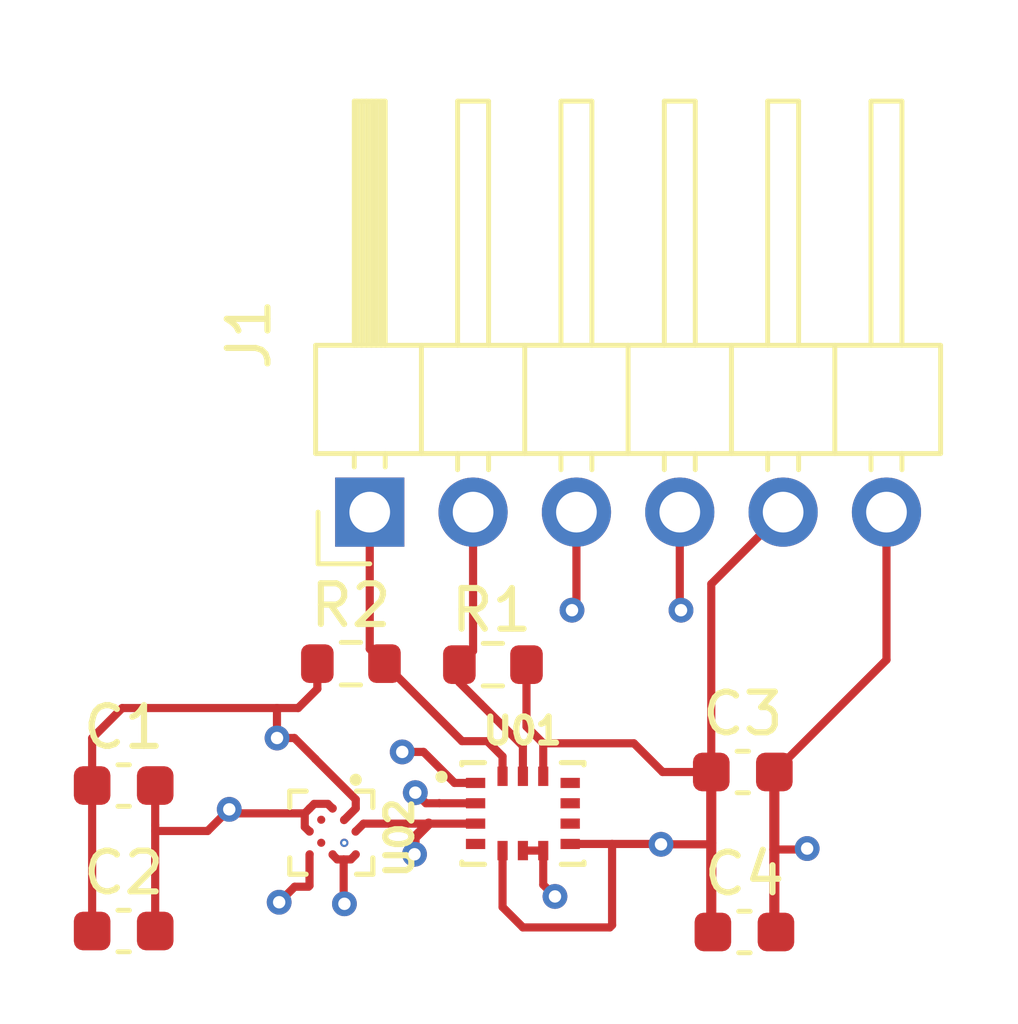
<source format=kicad_pcb>
(kicad_pcb (version 20211014) (generator pcbnew)
  (layers (0 "F.Cu" signal) (1 "In1.Cu" signal "GND.Cu") (2 "In2.Cu" signal "Int3V3.Cu") (31 "B.Cu" signal) (34 "B.Paste" user) (35 "F.Paste" user) (36 "B.SilkS" user "B.Silkscreen") (37 "F.SilkS" user "F.Silkscreen") (38 "B.Mask" user) (39 "F.Mask" user) (44 "Edge.Cuts" user))
  (net 0 "")
  (net 1 "SCL_IMU")
  (net 2 "Net-(U01-Pad2)")
  (net 3 "GND")
  (net 4 "Net-(R2-Pad2)")
  (net 11 "Net-(U01-Pad3)")
  (footprint "Capacitor_SMD:C_0603_1608Metric" (layer "F.Cu") (at 91.314794 62.003529)
    (fp_text reference "C4" (at 0 -1.43) (layer "F.SilkS"))
    (fp_text value "0.1uF")
    (fp_line (start -0.14058 -0.51) (end 0.14058 -0.51) (layer "F.SilkS") (width 0.12))
    (fp_line (start -0.14058 0.51) (end 0.14058 0.51) (layer "F.SilkS") (width 0.12))
    (pad "1" smd roundrect (at -0.775 0) (size 0.9 0.95) (layers "F.Cu" "F.Paste" "F.Mask") (net 1 "SCL_IMU"))
    (pad "2" smd roundrect (at 0.775 0) (size 0.9 0.95) (layers "F.Cu" "F.Paste" "F.Mask") (net 3 "GND"))
  )
  (footprint "Sensor_Motion:XDCR_BMI270" (layer "F.Cu") (at 85.870125 59.090005)
    (fp_text reference "U01" (at -0.008 -2.0314) (layer "F.SilkS") (effects (font (size 0.64 0.64))))
    (fp_text value "BMI270")
    (fp_line (start 1.5 -1.25) (end 1.5 -1.195) (layer "F.SilkS") (width 0.127))
    (fp_line (start -1.5 -1.25) (end -0.945 -1.25) (layer "F.SilkS") (width 0.127))
    (fp_line (start 0.945 1.25) (end 1.5 1.25) (layer "F.SilkS") (width 0.127))
    (fp_line (start 1.5 1.195) (end 1.5 1.25) (layer "F.SilkS") (width 0.127))
    (fp_line (start 0.945 -1.25) (end 1.5 -1.25) (layer "F.SilkS") (width 0.127))
    (fp_line (start -1.5 1.25) (end -0.945 1.25) (layer "F.SilkS") (width 0.127))
    (fp_line (start -1.5 1.195) (end -1.5 1.25) (layer "F.SilkS") (width 0.127))
    (fp_line (start -1.5 -1.25) (end -1.5 -1.195) (layer "F.SilkS") (width 0.127))
    (fp_circle (center -2 -0.9) (end -1.925 -0.9) (layer "F.SilkS") (width 0.15) (fill none))
    (pad "1" smd rect (at -1.1625 -0.75) (size 0.475 0.25) (layers "F.Cu" "F.Paste" "F.Mask") (net 3 "GND"))
    (pad "2" smd rect (at -1.1625 -0.25) (size 0.475 0.25) (layers "F.Cu" "F.Paste" "F.Mask") (net 2 "Net-(U01-Pad2)"))
    (pad "3" smd rect (at -1.1625 0.25) (size 0.475 0.25) (layers "F.Cu" "F.Paste" "F.Mask") (net 11 "Net-(U01-Pad3)"))
    (pad "4" smd rect (at -1.1625 0.75) (size 0.475 0.25) (layers "F.Cu" "F.Paste" "F.Mask"))
    (pad "5" smd rect (at -0.5 0.9125 90) (size 0.475 0.25) (layers "F.Cu" "F.Paste" "F.Mask") (net 1 "SCL_IMU"))
    (pad "6" smd rect (at 0 0.9125 90) (size 0.475 0.25) (layers "F.Cu" "F.Paste" "F.Mask") (net 3 "GND"))
    (pad "7" smd rect (at 0.5 0.9125 90) (size 0.475 0.25) (layers "F.Cu" "F.Paste" "F.Mask") (net 3 "GND"))
    (pad "8" smd rect (at 1.1625 0.75) (size 0.475 0.25) (layers "F.Cu" "F.Paste" "F.Mask") (net 1 "SCL_IMU"))
    (pad "9" smd rect (at 1.1625 0.25) (size 0.475 0.25) (layers "F.Cu" "F.Paste" "F.Mask"))
    (pad "10" smd rect (at 1.1625 -0.25) (size 0.475 0.25) (layers "F.Cu" "F.Paste" "F.Mask"))
    (pad "11" smd rect (at 1.1625 -0.75) (size 0.475 0.25) (layers "F.Cu" "F.Paste" "F.Mask"))
    (pad "12" smd rect (at 0.5 -0.9125 90) (size 0.475 0.25) (layers "F.Cu" "F.Paste" "F.Mask") (net 1 "SCL_IMU"))
    (pad "13" smd rect (at 0 -0.9125 90) (size 0.475 0.25) (layers "F.Cu" "F.Paste" "F.Mask") (net 1 "SCL_IMU"))
    (pad "14" smd rect (at -0.5 -0.9125 90) (size 0.475 0.25) (layers "F.Cu" "F.Paste" "F.Mask") (net 4 "Net-(R2-Pad2)"))
  )
  (footprint "Capacitor_SMD:C_0603_1608Metric" (layer "F.Cu") (at 76.058636 61.979405)
    (fp_text reference "C2" (at 0 -1.43) (layer "F.SilkS"))
    (fp_text value "0.1uF")
    (fp_line (start -0.14058 -0.51) (end 0.14058 -0.51) (layer "F.SilkS") (width 0.12))
    (fp_line (start -0.14058 0.51) (end 0.14058 0.51) (layer "F.SilkS") (width 0.12))
    (pad "1" smd roundrect (at -0.775 0) (size 0.9 0.95) (layers "F.Cu" "F.Paste" "F.Mask") (net 1 "SCL_IMU"))
    (pad "2" smd roundrect (at 0.775 0) (size 0.9 0.95) (layers "F.Cu" "F.Paste" "F.Mask") (net 3 "GND"))
  )
  (footprint "Capacitor_SMD:C_0603_1608Metric" (layer "F.Cu") (at 76.058636 58.404032)
    (fp_text reference "C1" (at 0 -1.43) (layer "F.SilkS"))
    (fp_text value "0.1uF")
    (fp_line (start -0.14058 -0.51) (end 0.14058 -0.51) (layer "F.SilkS") (width 0.12))
    (fp_line (start -0.14058 0.51) (end 0.14058 0.51) (layer "F.SilkS") (width 0.12))
    (pad "1" smd roundrect (at -0.775 0) (size 0.9 0.95) (layers "F.Cu" "F.Paste" "F.Mask") (net 1 "SCL_IMU"))
    (pad "2" smd roundrect (at 0.775 0) (size 0.9 0.95) (layers "F.Cu" "F.Paste" "F.Mask") (net 3 "GND"))
  )
  (footprint "Sensor_Motion:XDCR_BMM150" (layer "F.Cu") (at 81.161736 59.562615 -90)
    (fp_text reference "U02" (at 0.127 -1.6764 90) (layer "F.SilkS") (effects (font (size 0.64 0.64))))
    (fp_text value "BMM150")
    (fp_line (start 1.021 -1.021) (end 1.021 -0.62) (layer "F.SilkS") (width 0.127))
    (fp_line (start -0.62 -1.021) (end -1.021 -1.021) (layer "F.SilkS") (width 0.127))
    (fp_line (start 0.62 1.021) (end 1.021 1.021) (layer "F.SilkS") (width 0.127))
    (fp_line (start -0.62 1.021) (end -1.021 1.021) (layer "F.SilkS") (width 0.127))
    (fp_line (start -1.021 -1.021) (end -1.021 -0.62) (layer "F.SilkS") (width 0.127))
    (fp_line (start -1.021 1.021) (end -1.021 0.62) (layer "F.SilkS") (width 0.127))
    (fp_line (start 0.62 -1.021) (end 1.021 -1.021) (layer "F.SilkS") (width 0.127))
    (fp_line (start 1.021 1.021) (end 1.021 0.62) (layer "F.SilkS") (width 0.127))
    (fp_circle (center -1.3 -0.6) (end -1.225 -0.6) (layer "F.SilkS") (width 0.15) (fill none))
    (pad "A1" smd circle (at -0.601 -0.601 270) (size 0.2 0.2) (layers "F.Cu" "F.Paste" "F.Mask") (net 1 "SCL_IMU"))
    (pad "A3" smd circle (at -0.035 -0.601 270) (size 0.2 0.2) (layers "F.Cu" "F.Paste" "F.Mask") (net 11 "Net-(U01-Pad3)"))
    (pad "A5" smd circle (at 0.531 -0.601 270) (size 0.2 0.2) (layers "F.Cu" "F.Paste" "F.Mask") (net 3 "GND"))
    (pad "B2" smd circle (at -0.318 -0.318 270) (size 0.2 0.2) (layers "F.Cu" "F.Paste" "F.Mask") (net 1 "SCL_IMU"))
    (pad "B4" smd circle (at 0.248 -0.318 270) (size 0.2 0.2) (layers "F.Cu" "F.Paste" "F.Mask") (net 2 "Net-(U01-Pad2)"))
    (pad "C1" smd circle (at -0.601 -0.035 270) (size 0.2 0.2) (layers "F.Cu" "F.Paste" "F.Mask") (net 3 "GND"))
    (pad "C5" smd circle (at 0.531 -0.035 270) (size 0.2 0.2) (layers "F.Cu" "F.Paste" "F.Mask") (net 3 "GND"))
    (pad "D2" smd circle (at -0.318 0.248 270) (size 0.2 0.2) (layers "F.Cu" "F.Paste" "F.Mask"))
    (pad "D4" smd circle (at 0.248 0.248 270) (size 0.2 0.2) (layers "F.Cu" "F.Paste" "F.Mask"))
    (pad "E1" smd circle (at -0.601 0.531 270) (size 0.2 0.2) (layers "F.Cu" "F.Paste" "F.Mask") (net 3 "GND"))
    (pad "E3" smd circle (at -0.035 0.531 270) (size 0.2 0.2) (layers "F.Cu" "F.Paste" "F.Mask") (net 3 "GND"))
    (pad "E5" smd circle (at 0.531 0.531 270) (size 0.2 0.2) (layers "F.Cu" "F.Paste" "F.Mask") (net 1 "SCL_IMU"))
  )
  (footprint "Resistor_SMD:R_0603_1608Metric" (layer "F.Cu") (at 85.133508 55.433232 180)
    (fp_text reference "R1" (at 0.032849 1.338583) (layer "F.SilkS"))
    (fp_text value "10k")
    (fp_line (start -0.237258 -0.5225) (end 0.237258 -0.5225) (layer "F.SilkS") (width 0.12))
    (fp_line (start -0.237258 0.5225) (end 0.237258 0.5225) (layer "F.SilkS") (width 0.12))
    (pad "1" smd roundrect (at -0.825 0 180) (size 0.8 0.95) (layers "F.Cu" "F.Paste" "F.Mask") (net 1 "SCL_IMU"))
    (pad "2" smd roundrect (at 0.825 0 180) (size 0.8 0.95) (layers "F.Cu" "F.Paste" "F.Mask") (net 1 "SCL_IMU"))
  )
  (footprint "Resistor_SMD:R_0603_1608Metric" (layer "F.Cu") (at 81.643336 55.408596)
    (fp_text reference "R2" (at 0 -1.43) (layer "F.SilkS"))
    (fp_text value "10k")
    (fp_line (start -0.237258 0.5225) (end 0.237258 0.5225) (layer "F.SilkS") (width 0.12))
    (fp_line (start -0.237258 -0.5225) (end 0.237258 -0.5225) (layer "F.SilkS") (width 0.12))
    (pad "1" smd roundrect (at -0.825 0) (size 0.8 0.95) (layers "F.Cu" "F.Paste" "F.Mask") (net 1 "SCL_IMU"))
    (pad "2" smd roundrect (at 0.825 0) (size 0.8 0.95) (layers "F.Cu" "F.Paste" "F.Mask") (net 4 "Net-(R2-Pad2)"))
  )
  (footprint "Connector_PinHeader_2.54mm:PinHeader_1x06_P2.54mm_Horizontal" (layer "F.Cu") (at 82.106 51.685 90)
    (fp_text reference "J1" (at 4.369 -2.968 90) (layer "F.SilkS"))
    (fp_text value "Conn_01x06_Female")
    (fp_line (start 1.44 1.27) (end 4.1 1.27) (layer "F.SilkS") (width 0.12))
    (fp_line (start 10.1 10.54) (end 4.1 10.54) (layer "F.SilkS") (width 0.12))
    (fp_line (start 1.44 -1.33) (end 1.44 14.03) (layer "F.SilkS") (width 0.12))
    (fp_line (start 4.1 9.78) (end 10.1 9.78) (layer "F.SilkS") (width 0.12))
    (fp_line (start 1.44 11.43) (end 4.1 11.43) (layer "F.SilkS") (width 0.12))
    (fp_line (start 1.11 -0.38) (end 1.44 -0.38) (layer "F.SilkS") (width 0.12))
    (fp_line (start 4.1 2.16) (end 10.1 2.16) (layer "F.SilkS") (width 0.12))
    (fp_line (start 1.44 8.89) (end 4.1 8.89) (layer "F.SilkS") (width 0.12))
    (fp_line (start 1.44 3.81) (end 4.1 3.81) (layer "F.SilkS") (width 0.12))
    (fp_line (start 10.1 2.92) (end 4.1 2.92) (layer "F.SilkS") (width 0.12))
    (fp_line (start 10.1 12.32) (end 10.1 13.08) (layer "F.SilkS") (width 0.12))
    (fp_line (start 1.042929 2.16) (end 1.44 2.16) (layer "F.SilkS") (width 0.12))
    (fp_line (start 10.1 4.7) (end 10.1 5.46) (layer "F.SilkS") (width 0.12))
    (fp_line (start 4.1 0.16) (end 10.1 0.16) (layer "F.SilkS") (width 0.12))
    (fp_line (start 10.1 2.16) (end 10.1 2.92) (layer "F.SilkS") (width 0.12))
    (fp_line (start 1.11 0.38) (end 1.44 0.38) (layer "F.SilkS") (width 0.12))
    (fp_line (start 1.042929 5.46) (end 1.44 5.46) (layer "F.SilkS") (width 0.12))
    (fp_line (start 10.1 8) (end 4.1 8) (layer "F.SilkS") (width 0.12))
    (fp_line (start 1.042929 13.08) (end 1.44 13.08) (layer "F.SilkS") (width 0.12))
    (fp_line (start -1.27 0) (end -1.27 -1.27) (layer "F.SilkS") (width 0.12))
    (fp_line (start 4.1 -0.32) (end 10.1 -0.32) (layer "F.SilkS") (width 0.12))
    (fp_line (start 1.042929 12.32) (end 1.44 12.32) (layer "F.SilkS") (width 0.12))
    (fp_line (start 1.042929 4.7) (end 1.44 4.7) (layer "F.SilkS") (width 0.12))
    (fp_line (start 1.042929 7.24) (end 1.44 7.24) (layer "F.SilkS") (width 0.12))
    (fp_line (start 10.1 5.46) (end 4.1 5.46) (layer "F.SilkS") (width 0.12))
    (fp_line (start 1.042929 10.54) (end 1.44 10.54) (layer "F.SilkS") (width 0.12))
    (fp_line (start 1.042929 9.78) (end 1.44 9.78) (layer "F.SilkS") (width 0.12))
    (fp_line (start -1.27 -1.27) (end 0 -1.27) (layer "F.SilkS") (width 0.12))
    (fp_line (start 4.1 -0.08) (end 10.1 -0.08) (layer "F.SilkS") (width 0.12))
    (fp_line (start 4.1 4.7) (end 10.1 4.7) (layer "F.SilkS") (width 0.12))
    (fp_line (start 10.1 -0.38) (end 10.1 0.38) (layer "F.SilkS") (width 0.12))
    (fp_line (start 4.1 0.04) (end 10.1 0.04) (layer "F.SilkS") (width 0.12))
    (fp_line (start 1.042929 2.92) (end 1.44 2.92) (layer "F.SilkS") (width 0.12))
    (fp_line (start 4.1 7.24) (end 10.1 7.24) (layer "F.SilkS") (width 0.12))
    (fp_line (start 4.1 14.03) (end 4.1 -1.33) (layer "F.SilkS") (width 0.12))
    (fp_line (start 1.44 14.03) (end 4.1 14.03) (layer "F.SilkS") (width 0.12))
    (fp_line (start 4.1 -0.38) (end 10.1 -0.38) (layer "F.SilkS") (width 0.12))
    (fp_line (start 1.44 6.35) (end 4.1 6.35) (layer "F.SilkS") (width 0.12))
    (fp_line (start 10.1 7.24) (end 10.1 8) (layer "F.SilkS") (width 0.12))
    (fp_line (start 1.042929 8) (end 1.44 8) (layer "F.SilkS") (width 0.12))
    (fp_line (start 4.1 0.28) (end 10.1 0.28) (layer "F.SilkS") (width 0.12))
    (fp_line (start 4.1 -1.33) (end 1.44 -1.33) (layer "F.SilkS") (width 0.12))
    (fp_line (start 10.1 0.38) (end 4.1 0.38) (layer "F.SilkS") (width 0.12))
    (fp_line (start 4.1 12.32) (end 10.1 12.32) (layer "F.SilkS") (width 0.12))
    (fp_line (start 10.1 9.78) (end 10.1 10.54) (layer "F.SilkS") (width 0.12))
    (fp_line (start 4.1 -0.2) (end 10.1 -0.2) (layer "F.SilkS") (width 0.12))
    (fp_line (start 10.1 13.08) (end 4.1 13.08) (layer "F.SilkS") (width 0.12))
    (pad "1" thru_hole rect (at 0 0 90) (size 1.7 1.7) (drill 1) (layers *.Cu *.Mask) (net 4 "Net-(R2-Pad2)"))
    (pad "2" thru_hole oval (at 0 2.54 90) (size 1.7 1.7) (drill 1) (layers *.Cu *.Mask) (net 1 "SCL_IMU"))
    (pad "3" thru_hole oval (at 0 5.08 90) (size 1.7 1.7) (drill 1) (layers *.Cu *.Mask) (net 2 "Net-(U01-Pad2)"))
    (pad "4" thru_hole oval (at 0 7.62 90) (size 1.7 1.7) (drill 1) (layers *.Cu *.Mask) (net 11 "Net-(U01-Pad3)"))
    (pad "5" thru_hole oval (at 0 10.16 90) (size 1.7 1.7) (drill 1) (layers *.Cu *.Mask) (net 1 "SCL_IMU"))
    (pad "6" thru_hole oval (at 0 12.7 90) (size 1.7 1.7) (drill 1) (layers *.Cu *.Mask) (net 3 "GND"))
  )
  (footprint "Capacitor_SMD:C_0603_1608Metric" (layer "F.Cu") (at 91.274759 58.071439)
    (fp_text reference "C3" (at 0 -1.43) (layer "F.SilkS"))
    (fp_text value "0.1uF")
    (fp_line (start -0.14058 -0.51) (end 0.14058 -0.51) (layer "F.SilkS") (width 0.12))
    (fp_line (start -0.14058 0.51) (end 0.14058 0.51) (layer "F.SilkS") (width 0.12))
    (pad "1" smd roundrect (at -0.775 0) (size 0.9 0.95) (layers "F.Cu" "F.Paste" "F.Mask") (net 1 "SCL_IMU"))
    (pad "2" smd roundrect (at 0.775 0) (size 0.9 0.95) (layers "F.Cu" "F.Paste" "F.Mask") (net 3 "GND"))
  )
  (segment (start 80.625879 60.102923) (end 80.625879 60.86448) (width 0.2) (layer "F.Cu") (net 1))
  (segment (start 80.818336 56.028292) (end 80.347251 56.499377) (width 0.2) (layer "F.Cu") (net 1))
  (segment (start 80.769618 57.75341) (end 81.762736 58.746528) (width 0.2) (layer "F.Cu") (net 1))
  (segment (start 88.062027 59.840005) (end 89.255926 59.840005) (width 0.2) (layer "F.Cu") (net 1))
  (segment (start 88.005452 61.890823) (end 88.062027 61.834248) (width 0.2) (layer "F.Cu") (net 1))
  (segment (start 85.958508 56.954896) (end 86.370125 57.366513) (width 0.2) (layer "F.Cu") (net 1))
  (segment (start 79.825527 57.233614) (end 79.827956 57.236043) (width 0.2) (layer "F.Cu") (net 1))
  (segment (start 85.958508 55.433232) (end 85.958508 56.954896) (width 0.2) (layer "F.Cu") (net 1))
  (segment (start 89.302934 58.071439) (end 90.499759 58.071439) (width 0.2) (layer "F.Cu") (net 1))
  (segment (start 79.827956 57.236043) (end 80.254988 57.236043) (width 0.2) (layer "F.Cu") (net 1))
  (segment (start 85.370125 61.39066) (end 85.870288 61.890823) (width 0.2) (layer "F.Cu") (net 1))
  (segment (start 90.499759 59.814826) (end 90.499759 61.963494) (width 0.25) (layer "F.Cu") (net 1))
  (segment (start 80.5999 60.890459) (end 80.261833 60.890459) (width 0.2) (layer "F.Cu") (net 1))
  (segment (start 89.264651 59.84873) (end 90.465855 59.84873) (width 0.2) (layer "F.Cu") (net 1))
  (segment (start 84.308508 55.869876) (end 84.835816 56.397184) (width 0.2) (layer "F.Cu") (net 1))
  (segment (start 85.370125 60.002505) (end 85.370125 61.39066) (width 0.2) (layer "F.Cu") (net 1))
  (segment (start 85.870288 61.890823) (end 88.005452 61.890823) (width 0.2) (layer "F.Cu") (net 1))
  (segment (start 84.835816 56.397184) (end 85.870125 57.431493) (width 0.2) (layer "F.Cu") (net 1))
  (segment (start 90.465855 59.84873) (end 90.499759 59.814826) (width 0.2) (layer "F.Cu") (net 1))
  (segment (start 81.474879 59.253923) (end 81.757879 58.970923) (width 0.2) (layer "F.Cu") (net 1))
  (segment (start 84.308508 55.433232) (end 84.308508 55.869876) (width 0.2) (layer "F.Cu") (net 1))
  (segment (start 79.825527 56.499377) (end 76.023544 56.499377) (width 0.2) (layer "F.Cu") (net 1))
  (segment (start 85.870125 57.431493) (end 85.870125 58.177505) (width 0.2) (layer "F.Cu") (net 1))
  (segment (start 90.499759 58.071439) (end 90.499759 53.451241) (width 0.2) (layer "F.Cu") (net 1))
  (segment (start 84.646 51.685) (end 84.646 55.09574) (width 0.2) (layer "F.Cu") (net 1))
  (segment (start 75.283636 58.404032) (end 75.283636 61.979405) (width 0.2) (layer "F.Cu") (net 1))
  (segment (start 89.255926 59.840005) (end 89.264651 59.84873) (width 0.2) (layer "F.Cu") (net 1))
  (segment (start 80.254988 57.236043) (end 80.769618 57.750673) (width 0.2) (layer "F.Cu") (net 1))
  (segment (start 79.825527 56.499377) (end 79.825527 57.233614) (width 0.2) (layer "F.Cu") (net 1))
  (segment (start 80.347251 56.499377) (end 79.825527 56.499377) (width 0.2) (layer "F.Cu") (net 1))
  (segment (start 90.499759 61.963494) (end 90.539794 62.003529) (width 0.25) (layer "F.Cu") (net 1))
  (segment (start 86.370125 57.366513) (end 86.370125 58.177505) (width 0.2) (layer "F.Cu") (net 1))
  (segment (start 90.499759 53.451241) (end 92.266 51.685) (width 0.2) (layer "F.Cu") (net 1))
  (segment (start 90.499759 58.071439) (end 90.499759 59.814826) (width 0.25) (layer "F.Cu") (net 1))
  (segment (start 88.598008 57.366513) (end 89.302934 58.071439) (width 0.2) (layer "F.Cu") (net 1))
  (segment (start 80.261833 60.890459) (end 79.879967 61.272325) (width 0.2) (layer "F.Cu") (net 1))
  (segment (start 75.283636 57.239285) (end 75.283636 58.404032) (width 0.2) (layer "F.Cu") (net 1))
  (segment (start 80.769618 57.750673) (end 80.769618 57.75341) (width 0.2) (layer "F.Cu") (net 1))
  (segment (start 84.646 55.09574) (end 84.308508 55.433232) (width 0.2) (layer "F.Cu") (net 1))
  (segment (start 80.625879 60.86448) (end 80.5999 60.890459) (width 0.2) (layer "F.Cu") (net 1))
  (segment (start 88.062027 61.834248) (end 88.062027 59.840005) (width 0.2) (layer "F.Cu") (net 1))
  (segment (start 87.032625 59.840005) (end 88.062027 59.840005) (width 0.2) (layer "F.Cu") (net 1))
  (segment (start 76.023544 56.499377) (end 75.283636 57.239285) (width 0.2) (layer "F.Cu") (net 1))
  (segment (start 86.370125 57.366513) (end 88.598008 57.366513) (width 0.2) (layer "F.Cu") (net 1))
  (segment (start 80.818336 55.408596) (end 80.818336 56.028292) (width 0.2) (layer "F.Cu") (net 1))
  (segment (start 81.762736 58.746528) (end 81.762736 58.961615) (width 0.2) (layer "F.Cu") (net 1))
  (via (at 79.879967 61.272325) (size 0.6096) (drill 0.3048) (layers "F.Cu" "B.Cu") (net 1))
  (via (at 79.827956 57.236043) (size 0.6096) (drill 0.3048) (layers "F.Cu" "B.Cu") (net 1))
  (via (at 89.264651 59.84873) (size 0.6096) (drill 0.3048) (layers "F.Cu" "B.Cu") (net 1))
  (segment (start 87.186 53.986) (end 87.077 54.095) (width 0.2) (layer "F.Cu") (net 2))
  (segment (start 83.487393 58.840005) (end 83.225969 58.578581) (width 0.2) (layer "F.Cu") (net 2))
  (segment (start 84.707625 58.840005) (end 83.818284 58.840005) (width 0.2) (layer "F.Cu") (net 2))
  (segment (start 87.092 54.11) (end 87.077 54.095) (width 0.25) (layer "F.Cu") (net 2))
  (segment (start 83.818284 58.840005) (end 83.814086 58.835807) (width 0.2) (layer "F.Cu") (net 2))
  (segment (start 87.186 51.685) (end 87.186 53.986) (width 0.2) (layer "F.Cu") (net 2))
  (segment (start 83.818284 58.840005) (end 83.487393 58.840005) (width 0.2) (layer "F.Cu") (net 2))
  (via (at 83.225969 58.578581) (size 0.6096) (drill 0.3048) (layers "F.Cu" "B.Cu") (net 2))
  (via (at 81.479891 59.812814) (size 0.2032) (drill 0.1016) (layers "F.Cu" "B.Cu") (net 2))
  (via (at 87.077 54.095) (size 0.6096) (drill 0.3048) (layers "F.Cu" "B.Cu") (net 2))
  (segment (start 80.508879 59.087923) (end 78.752197 59.087923) (width 0.2) (layer "F.Cu") (net 3))
  (segment (start 81.465289 60.219923) (end 81.465289 61.29186) (width 0.2) (layer "F.Cu") (net 3))
  (segment (start 94.806 55.315198) (end 92.049759 58.071439) (width 0.2) (layer "F.Cu") (net 3))
  (segment (start 80.625879 58.970923) (end 80.742879 58.853923) (width 0.2) (layer "F.Cu") (net 3))
  (segment (start 80.508879 59.419923) (end 80.508879 59.087923) (width 0.2) (layer "F.Cu") (net 3))
  (segment (start 92.832653 59.976204) (end 92.856106 59.952751) (width 0.2) (layer "F.Cu") (net 3))
  (segment (start 92.049759 59.976204) (end 92.832653 59.976204) (width 0.2) (layer "F.Cu") (net 3))
  (segment (start 94.806 51.685) (end 94.806 55.315198) (width 0.2) (layer "F.Cu") (net 3))
  (segment (start 80.625879 59.536923) (end 80.508879 59.419923) (width 0.2) (layer "F.Cu") (net 3))
  (segment (start 81.191879 60.102923) (end 81.308879 60.219923) (width 0.2) (layer "F.Cu") (net 3))
  (segment (start 76.833636 58.404032) (end 76.833636 59.374267) (width 0.2) (layer "F.Cu") (net 3))
  (segment (start 80.742879 58.853923) (end 81.074879 58.853923) (width 0.2) (layer "F.Cu") (net 3))
  (segment (start 78.752197 59.087923) (end 78.653616 58.989342) (width 0.2) (layer "F.Cu") (net 3))
  (segment (start 86.370125 60.841297) (end 86.658656 61.129828) (width 0.2) (layer "F.Cu") (net 3))
  (segment (start 76.833636 59.52138) (end 78.121578 59.52138) (width 0.2) (layer "F.Cu") (net 3))
  (segment (start 92.049759 59.976204) (end 92.049759 61.963494) (width 0.25) (layer "F.Cu") (net 3))
  (segment (start 84.190598 58.340005) (end 84.707625 58.340005) (width 0.2) (layer "F.Cu") (net 3))
  (segment (start 81.465289 60.219923) (end 81.640879 60.219923) (width 0.2) (layer "F.Cu") (net 3))
  (segment (start 76.833636 59.52138) (end 76.833636 61.979405) (width 0.2) (layer "F.Cu") (net 3))
  (segment (start 78.121578 59.52138) (end 78.653616 58.989342) (width 0.2) (layer "F.Cu") (net 3))
  (segment (start 92.049759 61.963494) (end 92.089794 62.003529) (width 0.25) (layer "F.Cu") (net 3))
  (segment (start 85.870125 60.002505) (end 86.370125 60.002505) (width 0.2) (layer "F.Cu") (net 3))
  (segment (start 83.42881 57.578217) (end 84.190598 58.340005) (width 0.2) (layer "F.Cu") (net 3))
  (segment (start 81.074879 58.853923) (end 81.191879 58.970923) (width 0.2) (layer "F.Cu") (net 3))
  (segment (start 80.508879 59.087923) (end 80.625879 58.970923) (width 0.2) (layer "F.Cu") (net 3))
  (segment (start 76.833636 59.374267) (end 76.833636 59.52138) (width 0.2) (layer "F.Cu") (net 3))
  (segment (start 81.640879 60.219923) (end 81.757879 60.102923) (width 0.2) (layer "F.Cu") (net 3))
  (segment (start 81.465289 61.29186) (end 81.484077 61.310648) (width 0.2) (layer "F.Cu") (net 3))
  (segment (start 82.904782 57.578217) (end 83.42881 57.578217) (width 0.2) (layer "F.Cu") (net 3))
  (segment (start 92.049759 58.071439) (end 92.049759 59.976204) (width 0.25) (layer "F.Cu") (net 3))
  (segment (start 86.370125 60.002505) (end 86.370125 60.841297) (width 0.2) (layer "F.Cu") (net 3))
  (segment (start 81.308879 60.219923) (end 81.465289 60.219923) (width 0.2) (layer "F.Cu") (net 3))
  (via (at 86.658656 61.129828) (size 0.6096) (drill 0.3048) (layers "F.Cu" "B.Cu") (net 3))
  (via (at 81.484077 61.310648) (size 0.6096) (drill 0.3048) (layers "F.Cu" "B.Cu") (net 3))
  (via (at 78.653616 58.989342) (size 0.6096) (drill 0.3048) (layers "F.Cu" "B.Cu") (net 3))
  (via (at 82.904782 57.578217) (size 0.6096) (drill 0.3048) (layers "F.Cu" "B.Cu") (net 3))
  (via (at 92.856106 59.952751) (size 0.6096) (drill 0.3048) (layers "F.Cu" "B.Cu") (net 3))
  (segment (start 85.370125 57.690043) (end 85.370125 58.177505) (width 0.2) (layer "F.Cu") (net 4))
  (segment (start 82.106 55.04626) (end 82.468336 55.408596) (width 0.2) (layer "F.Cu") (net 4))
  (segment (start 84.993901 57.313819) (end 85.370125 57.690043) (width 0.2) (layer "F.Cu") (net 4))
  (segment (start 82.468336 55.408596) (end 84.373559 57.313819) (width 0.2) (layer "F.Cu") (net 4))
  (segment (start 82.106 51.685) (end 82.106 55.04626) (width 0.2) (layer "F.Cu") (net 4))
  (segment (start 84.373559 57.313819) (end 84.993901 57.313819) (width 0.2) (layer "F.Cu") (net 4))
  (segment (start 89.726 54.065) (end 89.756 54.095) (width 0.2) (layer "F.Cu") (net 11))
  (segment (start 83.207 59.686) (end 83.552995 59.340005) (width 0.25) (layer "F.Cu") (net 11))
  (segment (start 83.207 60.093) (end 83.207 59.686) (width 0.25) (layer "F.Cu") (net 11))
  (segment (start 89.769 54.082) (end 89.756 54.095) (width 0.25) (layer "F.Cu") (net 11))
  (segment (start 81.954797 59.340005) (end 81.757879 59.536923) (width 0.2) (layer "F.Cu") (net 11))
  (segment (start 89.726 51.685) (end 89.726 54.065) (width 0.2) (layer "F.Cu") (net 11))
  (segment (start 83.552995 59.340005) (end 81.954797 59.340005) (width 0.2) (layer "F.Cu") (net 11))
  (segment (start 84.707625 59.340005) (end 83.552995 59.340005) (width 0.2) (layer "F.Cu") (net 11))
  (via (at 83.207 60.093) (size 0.6096) (drill 0.3048) (layers "F.Cu" "B.Cu") (net 11))
  (via (at 89.756 54.095) (size 0.6096) (drill 0.3048) (layers "F.Cu" "B.Cu") (net 11))
)
</source>
